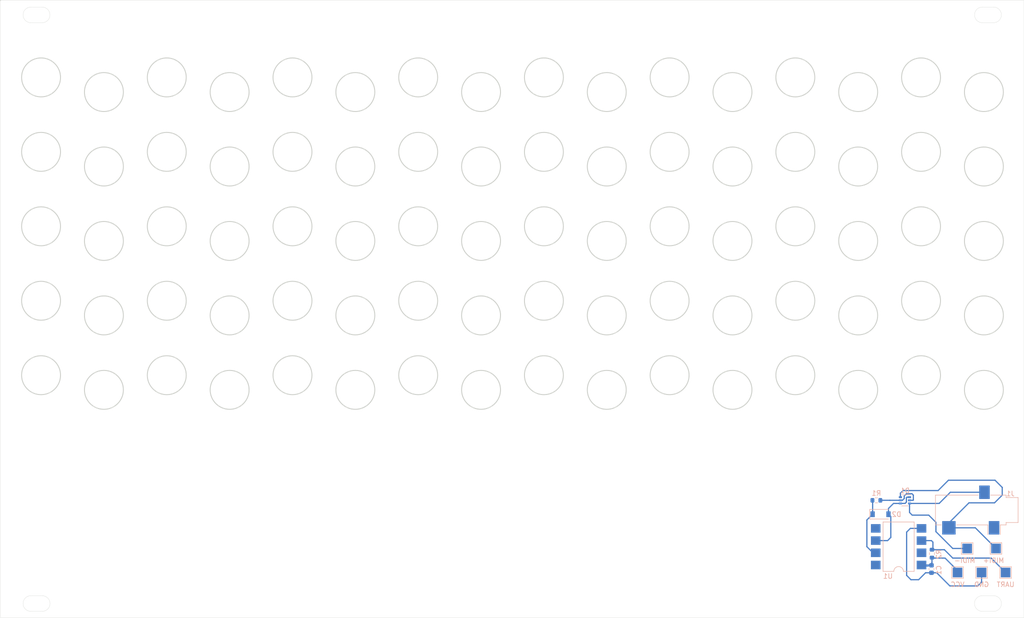
<source format=kicad_pcb>
(kicad_pcb (version 20211014) (generator pcbnew)
  (layers (0 "F.Cu" signal) (31 "B.Cu" signal) (34 "B.Paste" user) (35 "F.Paste" user) (36 "B.SilkS" user "B.Silkscreen") (37 "F.SilkS" user "F.Silkscreen") (38 "B.Mask" user) (39 "F.Mask" user) (44 "Edge.Cuts" user))
  (net 0 "")
  (net 1 "+3V3")
  (net 2 "GND")
  (net 6 "Net-(D1-Pad1)")
  (net 7 "Net-(D1-Pad2)")
  (net 8 "Net-(D1-Pad3)")
  (net 9 "Net-(D1-Pad6)")
  (net 10 "Net-(D2-Pad1)")
  (net 11 "/uart")
  (footprint "TestPoint:TestPoint_Pad_2.0x2.0mm" (layer "B.Cu") (at 241 144 180)
    (fp_text reference "J4")
    (fp_text value "VCC" (at 0 -2.5) (layer "B.SilkS") (effects (justify mirror)))
    (fp_line (start -1.2 1.2) (end 1.2 1.2) (layer "B.SilkS") (width 0.12))
    (fp_line (start 1.2 1.2) (end 1.2 -1.2) (layer "B.SilkS") (width 0.12))
    (fp_line (start -1.2 -1.2) (end -1.2 1.2) (layer "B.SilkS") (width 0.12))
    (fp_line (start 1.2 -1.2) (end -1.2 -1.2) (layer "B.SilkS") (width 0.12))
    (pad "1" smd rect (at 0 0 180) (size 2 2) (layers "B.Cu" "B.Mask") (net 1 "+3V3"))
  )
  (footprint "Diode_SMD:D_SOD-123" (layer "B.Cu") (at 224.9758 131.8736)
    (fp_text reference "D2" (at 3.3242 0.0264) (layer "B.SilkS") (effects (justify mirror)))
    (fp_text value "1N4148" hide)
    (fp_line (start -2.25 1) (end 1.65 1) (layer "B.SilkS") (width 0.12))
    (fp_line (start -2.25 -1) (end 1.65 -1) (layer "B.SilkS") (width 0.12))
    (fp_line (start -2.25 1) (end -2.25 -1) (layer "B.SilkS") (width 0.12))
    (pad "1" smd rect (at -1.65 0) (size 0.9 1.2) (layers "B.Cu" "B.Paste" "B.Mask") (net 10 "Net-(D2-Pad1)"))
    (pad "2" smd rect (at 1.65 0) (size 0.9 1.2) (layers "B.Cu" "B.Paste" "B.Mask") (net 6 "Net-(D1-Pad1)"))
  )
  (footprint "Connector_Audio:Jack_3.5mm_CUI_SJ-3523-SMT_Horizontal" (layer "B.Cu") (at 245 131 90)
    (fp_text reference "J1" (at 3.4 7) (layer "B.SilkS") (effects (justify mirror)))
    (fp_text value "AudioJack3" hide)
    (fp_line (start 2.6 8.6) (end 2.6 6.1) (layer "B.SilkS") (width 0.12))
    (fp_line (start 3.1 0.3) (end 3.1 -8.6) (layer "B.SilkS") (width 0.12))
    (fp_line (start -3.1 4.9) (end -3.1 6.1) (layer "B.SilkS") (width 0.12))
    (fp_line (start -2.6 6.1) (end -2.6 8.6) (layer "B.SilkS") (width 0.12))
    (fp_line (start -3.1 6.1) (end -2.6 6.1) (layer "B.SilkS") (width 0.12))
    (fp_line (start 3.1 6.1) (end 3.1 2.9) (layer "B.SilkS") (width 0.12))
    (fp_line (start -2.6 8.6) (end 2.6 8.6) (layer "B.SilkS") (width 0.12))
    (fp_line (start -3.1 4.9) (end -5.1 4.9) (layer "B.SilkS") (width 0.12))
    (fp_line (start 2.6 6.1) (end 3.1 6.1) (layer "B.SilkS") (width 0.12))
    (fp_line (start -3.1 -8.6) (end -3.1 -7.4) (layer "B.SilkS") (width 0.12))
    (fp_line (start -3.1 2.3) (end -5.1 2.3) (layer "B.SilkS") (width 0.12))
    (fp_line (start 3.1 -8.6) (end -3.1 -8.6) (layer "B.SilkS") (width 0.12))
    (fp_line (start -3.1 -4.2) (end -3.1 2.3) (layer "B.SilkS") (width 0.12))
    (pad "R" smd rect (at 3.7 1.6 90) (size 2.8 2.2) (layers "B.Cu" "B.Paste" "B.Mask") (net 8 "Net-(D1-Pad3)"))
    (pad "S" smd rect (at -3.7 3.6 90) (size 2.8 2.2) (layers "B.Cu" "B.Paste" "B.Mask"))
    (pad "T" smd rect (at -3.7 -5.8 90) (size 2.8 2.8) (layers "B.Cu" "B.Paste" "B.Mask") (net 9 "Net-(D1-Pad6)"))
  )
  (footprint "TestPoint:TestPoint_Pad_2.0x2.0mm" (layer "B.Cu") (at 251 144 180)
    (fp_text reference "J2")
    (fp_text value "UART" (at 0 -2.5 180) (layer "B.SilkS") (effects (justify mirror)))
    (fp_line (start 1.2 1.2) (end 1.2 -1.2) (layer "B.SilkS") (width 0.12))
    (fp_line (start -1.2 -1.2) (end -1.2 1.2) (layer "B.SilkS") (width 0.12))
    (fp_line (start -1.2 1.2) (end 1.2 1.2) (layer "B.SilkS") (width 0.12))
    (fp_line (start 1.2 -1.2) (end -1.2 -1.2) (layer "B.SilkS") (width 0.12))
    (pad "1" smd rect (at 0 0 180) (size 2 2) (layers "B.Cu" "B.Mask") (net 11 "/uart"))
  )
  (footprint "TestPoint:TestPoint_Pad_2.0x2.0mm" (layer "B.Cu") (at 243 139 180)
    (fp_text reference "J5" hide)
    (fp_text value "MIDI_DIN4")
    (fp_line (start 1.2 1.2) (end 1.2 -1.2) (layer "B.SilkS") (width 0.12))
    (fp_line (start -1.2 1.2) (end 1.2 1.2) (layer "B.SilkS") (width 0.12))
    (fp_line (start -1.2 -1.2) (end -1.2 1.2) (layer "B.SilkS") (width 0.12))
    (fp_line (start 1.2 -1.2) (end -1.2 -1.2) (layer "B.SilkS") (width 0.12))
    (pad "1" smd rect (at 0 0 180) (size 2 2) (layers "B.Cu" "B.Mask") (net 8 "Net-(D1-Pad3)"))
  )
  (footprint "Package_DIP:SMDIP-8_W9.53mm" (layer "B.Cu") (at 228.735 138.63)
    (fp_text reference "U1" (at -2.235 6.14 180) (layer "B.SilkS") (effects (justify mirror)))
    (fp_text value "6N137" hide)
    (fp_line (start -3.235 -5.14) (end 3.235 -5.14) (layer "B.SilkS") (width 0.12))
    (fp_line (start -1 5.14) (end -3.235 5.14) (layer "B.SilkS") (width 0.12))
    (fp_line (start 3.235 -5.14) (end 3.235 5.14) (layer "B.SilkS") (width 0.12))
    (fp_line (start 3.235 5.14) (end 1 5.14) (layer "B.SilkS") (width 0.12))
    (fp_line (start -3.235 5.14) (end -3.235 -5.14) (layer "B.SilkS") (width 0.12))
    (fp_arc (start -1 5.14) (mid 0 4.14) (end 1 5.14) (layer "B.SilkS") (width 0.12))
    (pad "1" smd rect (at -4.765 3.81) (size 2 1.78) (layers "B.Cu" "B.Paste" "B.Mask"))
    (pad "2" smd rect (at -4.765 1.27) (size 2 1.78) (layers "B.Cu" "B.Paste" "B.Mask") (net 10 "Net-(D2-Pad1)"))
    (pad "3" smd rect (at -4.765 -1.27) (size 2 1.78) (layers "B.Cu" "B.Paste" "B.Mask") (net 6 "Net-(D1-Pad1)"))
    (pad "4" smd rect (at -4.765 -3.81) (size 2 1.78) (layers "B.Cu" "B.Paste" "B.Mask"))
    (pad "5" smd rect (at 4.765 -3.81) (size 2 1.78) (layers "B.Cu" "B.Paste" "B.Mask") (net 2 "GND"))
    (pad "6" smd rect (at 4.765 -1.27) (size 2 1.78) (layers "B.Cu" "B.Paste" "B.Mask") (net 11 "/uart"))
    (pad "7" smd rect (at 4.765 1.27) (size 2 1.78) (layers "B.Cu" "B.Paste" "B.Mask"))
    (pad "8" smd rect (at 4.765 3.81) (size 2 1.78) (layers "B.Cu" "B.Paste" "B.Mask") (net 1 "+3V3"))
  )
  (footprint "Resistor_SMD:R_0603_1608Metric" (layer "B.Cu") (at 235.675038 140.08 -90)
    (fp_text reference "R2" (at 0.12 -1.424962 90) (layer "B.SilkS") (effects (justify mirror)))
    (fp_text value "10k")
    (fp_line (start -0.237258 -0.5225) (end 0.237258 -0.5225) (layer "B.SilkS") (width 0.12))
    (fp_line (start -0.237258 0.5225) (end 0.237258 0.5225) (layer "B.SilkS") (width 0.12))
    (pad "1" smd roundrect (at -0.825 0 270) (size 0.8 0.95) (layers "B.Cu" "B.Paste" "B.Mask") (net 11 "/uart"))
    (pad "2" smd roundrect (at 0.825 0 270) (size 0.8 0.95) (layers "B.Cu" "B.Paste" "B.Mask") (net 1 "+3V3"))
  )
  (footprint "Resistor_SMD:R_0603_1608Metric" (layer "B.Cu") (at 224.1122 128.978)
    (fp_text reference "R1" (at -0.0122 -1.478) (layer "B.SilkS") (effects (justify mirror)))
    (fp_text value "220R" hide)
    (fp_line (start -0.237258 0.5225) (end 0.237258 0.5225) (layer "B.SilkS") (width 0.12))
    (fp_line (start -0.237258 -0.5225) (end 0.237258 -0.5225) (layer "B.SilkS") (width 0.12))
    (pad "1" smd roundrect (at -0.825 0) (size 0.8 0.95) (layers "B.Cu" "B.Paste" "B.Mask") (net 10 "Net-(D2-Pad1)"))
    (pad "2" smd roundrect (at 0.825 0) (size 0.8 0.95) (layers "B.Cu" "B.Paste" "B.Mask") (net 7 "Net-(D1-Pad2)"))
  )
  (footprint "TestPoint:TestPoint_Pad_2.0x2.0mm" (layer "B.Cu") (at 246 144 180)
    (fp_text reference "J3")
    (fp_text value "GND" (at 0 -2.5) (layer "B.SilkS") (effects (justify mirror)))
    (fp_line (start 1.2 -1.2) (end -1.2 -1.2) (layer "B.SilkS") (width 0.12))
    (fp_line (start -1.2 -1.2) (end -1.2 1.2) (layer "B.SilkS") (width 0.12))
    (fp_line (start -1.2 1.2) (end 1.2 1.2) (layer "B.SilkS") (width 0.12))
    (fp_line (start 1.2 1.2) (end 1.2 -1.2) (layer "B.SilkS") (width 0.12))
    (pad "1" smd rect (at 0 0 180) (size 2 2) (layers "B.Cu" "B.Mask") (net 2 "GND"))
  )
  (footprint "Package_TO_SOT_SMD:SOT-363_SC-70-6" (layer "B.Cu") (at 230.0558 128.978 180)
    (fp_text reference "D1" (at 0 2) (layer "B.SilkS") (effects (justify mirror)))
    (fp_text value "BAT54XY" hide)
    (fp_line (start -0.7 -1.16) (end 0.7 -1.16) (layer "B.SilkS") (width 0.12))
    (fp_line (start 0.7 1.16) (end -1.2 1.16) (layer "B.SilkS") (width 0.12))
    (pad "1" smd rect (at -0.95 0.65 180) (size 0.65 0.4) (layers "B.Cu" "B.Paste" "B.Mask") (net 6 "Net-(D1-Pad1)"))
    (pad "2" smd rect (at -0.95 0 180) (size 0.65 0.4) (layers "B.Cu" "B.Paste" "B.Mask") (net 7 "Net-(D1-Pad2)"))
    (pad "3" smd rect (at -0.95 -0.65 180) (size 0.65 0.4) (layers "B.Cu" "B.Paste" "B.Mask") (net 8 "Net-(D1-Pad3)"))
    (pad "4" smd rect (at 0.95 -0.65 180) (size 0.65 0.4) (layers "B.Cu" "B.Paste" "B.Mask") (net 6 "Net-(D1-Pad1)"))
    (pad "5" smd rect (at 0.95 0 180) (size 0.65 0.4) (layers "B.Cu" "B.Paste" "B.Mask") (net 7 "Net-(D1-Pad2)"))
    (pad "6" smd rect (at 0.95 0.65 180) (size 0.65 0.4) (layers "B.Cu" "B.Paste" "B.Mask") (net 9 "Net-(D1-Pad6)"))
  )
  (footprint "TestPoint:TestPoint_Pad_2.0x2.0mm" (layer "B.Cu") (at 249 139 180)
    (fp_text reference "J6" hide)
    (fp_text value "MIDI_DIN5")
    (fp_line (start 1.2 1.2) (end 1.2 -1.2) (layer "B.SilkS") (width 0.12))
    (fp_line (start -1.2 1.2) (end 1.2 1.2) (layer "B.SilkS") (width 0.12))
    (fp_line (start -1.2 -1.2) (end -1.2 1.2) (layer "B.SilkS") (width 0.12))
    (fp_line (start 1.2 -1.2) (end -1.2 -1.2) (layer "B.SilkS") (width 0.12))
    (pad "1" smd rect (at 0 0 180) (size 2 2) (layers "B.Cu" "B.Mask") (net 9 "Net-(D1-Pad6)"))
  )
  (footprint "Capacitor_SMD:C_0603_1608Metric" (layer "B.Cu") (at 235.575038 143.28 -90)
    (fp_text reference "C1" (at 0.22 -1.524962 90) (layer "B.SilkS") (effects (justify mirror)))
    (fp_text value "100n")
    (fp_line (start -0.14058 -0.51) (end 0.14058 -0.51) (layer "B.SilkS") (width 0.12))
    (fp_line (start -0.14058 0.51) (end 0.14058 0.51) (layer "B.SilkS") (width 0.12))
    (pad "1" smd roundrect (at -0.775 0 270) (size 0.9 0.95) (layers "B.Cu" "B.Paste" "B.Mask") (net 1 "+3V3"))
    (pad "2" smd roundrect (at 0.775 0 270) (size 0.9 0.95) (layers "B.Cu" "B.Paste" "B.Mask") (net 2 "GND"))
  )
  (gr_circle (center 102.592079 40.964901) (end 106.642891 40.964901) (layer "Edge.Cuts") (width 0.2) (fill none))
  (gr_circle (center 89.511052 59.506938) (end 93.561865 59.506938) (layer "Edge.Cuts") (width 0.2) (fill none))
  (gr_circle (center 233.40234 102.941025) (end 237.453153 102.941025) (layer "Edge.Cuts") (width 0.2) (fill none))
  (gr_circle (center 220.321314 44.012907) (end 224.372127 44.012907) (layer "Edge.Cuts") (width 0.2) (fill none))
  (gr_line (start 246.153378 26.32968) (end 248.49235 26.32968) (layer "Edge.Cuts") (width 0.05))
  (gr_circle (center 246.483366 105.989031) (end 250.534179 105.989031) (layer "Edge.Cuts") (width 0.2) (fill none))
  (gr_circle (center 128.754131 102.941025) (end 132.804944 102.941025) (layer "Edge.Cuts") (width 0.2) (fill none))
  (gr_circle (center 50.267974 71.952963) (end 54.318787 71.952963) (layer "Edge.Cuts") (width 0.2) (fill none))
  (gr_circle (center 115.673105 90.495) (end 119.723918 90.495) (layer "Edge.Cuts") (width 0.2) (fill none))
  (gr_circle (center 220.321314 75.000969) (end 224.372127 75.000969) (layer "Edge.Cuts") (width 0.2) (fill none))
  (gr_circle (center 141.835157 59.506938) (end 145.88597 59.506938) (layer "Edge.Cuts") (width 0.2) (fill none))
  (gr_circle (center 141.835157 90.495) (end 145.88597 90.495) (layer "Edge.Cuts") (width 0.2) (fill none))
  (gr_circle (center 63.349 90.495) (end 67.399813 90.495) (layer "Edge.Cuts") (width 0.2) (fill none))
  (gr_circle (center 102.592079 87.446994) (end 106.642891 87.446994) (layer "Edge.Cuts") (width 0.2) (fill none))
  (gr_circle (center 233.40234 71.952963) (end 237.453153 71.952963) (layer "Edge.Cuts") (width 0.2) (fill none))
  (gr_circle (center 154.916183 40.964901) (end 158.966996 40.964901) (layer "Edge.Cuts") (width 0.2) (fill none))
  (gr_arc (start 248.49235 148.82993) (mid 250.119451 150.457024) (end 248.49235 152.084117) (layer "Edge.Cuts") (width 0.05))
  (gr_circle (center 76.430026 56.458932) (end 80.480839 56.458932) (layer "Edge.Cuts") (width 0.2) (fill none))
  (gr_circle (center 50.267974 40.964901) (end 54.318787 40.964901) (layer "Edge.Cuts") (width 0.2) (fill none))
  (gr_line (start 248.49235 152.084117) (end 246.153378 152.084117) (layer "Edge.Cuts") (width 0.05))
  (gr_line (start 48.152994 148.82993) (end 50.491967 148.82993) (layer "Edge.Cuts") (width 0.05))
  (gr_circle (center 154.916183 102.941025) (end 158.966996 102.941025) (layer "Edge.Cuts") (width 0.2) (fill none))
  (gr_circle (center 115.673105 75.000969) (end 119.723918 75.000969) (layer "Edge.Cuts") (width 0.2) (fill none))
  (gr_circle (center 181.078236 102.941025) (end 185.129048 102.941025) (layer "Edge.Cuts") (width 0.2) (fill none))
  (gr_circle (center 76.430026 71.952963) (end 80.480839 71.952963) (layer "Edge.Cuts") (width 0.2) (fill none))
  (gr_circle (center 128.754131 71.952963) (end 132.804944 71.952963) (layer "Edge.Cuts") (width 0.2) (fill none))
  (gr_circle (center 207.240288 102.941025) (end 211.291101 102.941025) (layer "Edge.Cuts") (width 0.2) (fill none))
  (gr_line (start 50.491967 29.583866) (end 48.14 29.583866) (layer "Edge.Cuts") (width 0.05))
  (gr_circle (center 76.430026 40.964901) (end 80.480839 40.964901) (layer "Edge.Cuts") (width 0.2) (fill none))
  (gr_circle (center 89.511052 75.000969) (end 93.561865 75.000969) (layer "Edge.Cuts") (width 0.2) (fill none))
  (gr_circle (center 115.673105 44.012907) (end 119.723918 44.012907) (layer "Edge.Cuts") (width 0.2) (fill none))
  (gr_circle (center 50.267974 56.458932) (end 54.318787 56.458932) (layer "Edge.Cuts") (width 0.2) (fill none))
  (gr_circle (center 89.511052 90.495) (end 93.561865 90.495) (layer "Edge.Cuts") (width 0.2) (fill none))
  (gr_circle (center 89.511052 44.012907) (end 93.561865 44.012907) (layer "Edge.Cuts") (width 0.2) (fill none))
  (gr_circle (center 246.483366 59.506938) (end 250.534179 59.506938) (layer "Edge.Cuts") (width 0.2) (fill none))
  (gr_circle (center 194.159262 105.989031) (end 198.210074 105.989031) (layer "Edge.Cuts") (width 0.2) (fill none))
  (gr_circle (center 102.592079 71.952963) (end 106.642891 71.952963) (layer "Edge.Cuts") (width 0.2) (fill none))
  (gr_circle (center 233.40234 56.458932) (end 237.453153 56.458932) (layer "Edge.Cuts") (width 0.2) (fill none))
  (gr_circle (center 76.430026 102.941025) (end 80.480839 102.941025) (layer "Edge.Cuts") (width 0.2) (fill none))
  (gr_circle (center 207.240288 56.458932) (end 211.291101 56.458932) (layer "Edge.Cuts") (width 0.2) (fill none))
  (gr_circle (center 220.321314 90.495) (end 224.372127 90.495) (layer "Edge.Cuts") (width 0.2) (fill none))
  (gr_line (start 50.491967 152.084117) (end 48.152994 152.084117) (layer "Edge.Cuts") (width 0.05))
  (gr_circle (center 141.835157 105.989031) (end 145.88597 105.989031) (layer "Edge.Cuts") (width 0.2) (fill none))
  (gr_circle (center 115.673105 59.506938) (end 119.723918 59.506938) (layer "Edge.Cuts") (width 0.2) (fill none))
  (gr_circle (center 220.321314 59.506938) (end 224.372127 59.506938) (layer "Edge.Cuts") (width 0.2) (fill none))
  (gr_circle (center 63.349 59.506938) (end 67.399813 59.506938) (layer "Edge.Cuts") (width 0.2) (fill none))
  (gr_line (start 246.153378 29.583866) (end 248.49235 29.583866) (layer "Edge.Cuts") (width 0.05))
  (gr_circle (center 154.916183 87.446994) (end 158.966996 87.446994) (layer "Edge.Cuts") (width 0.2) (fill none))
  (gr_circle (center 154.916183 71.952963) (end 158.966996 71.952963) (layer "Edge.Cuts") (width 0.2) (fill none))
  (gr_arc (start 246.153378 29.583866) (mid 244.526264 27.956773) (end 246.153378 26.32968) (layer "Edge.Cuts") (width 0.05))
  (gr_circle (center 128.754131 40.964901) (end 132.804944 40.964901) (layer "Edge.Cuts") (width 0.2) (fill none))
  (gr_circle (center 181.078236 71.952963) (end 185.129048 71.952963) (layer "Edge.Cuts") (width 0.2) (fill none))
  (gr_circle (center 115.673105 105.989031) (end 119.723918 105.989031) (layer "Edge.Cuts") (width 0.2) (fill none))
  (gr_circle (center 207.240288 87.446994) (end 211.291101 87.446994) (layer "Edge.Cuts") (width 0.2) (fill none))
  (gr_circle (center 194.159262 59.506938) (end 198.210074 59.506938) (layer "Edge.Cuts") (width 0.2) (fill none))
  (gr_circle (center 89.511052 105.989031) (end 93.561865 105.989031) (layer "Edge.Cuts") (width 0.2) (fill none))
  (gr_line (start 48.152994 26.32968) (end 50.491967 26.32968) (layer "Edge.Cuts") (width 0.05))
  (gr_circle (center 141.835157 44.012907) (end 145.88597 44.012907) (layer "Edge.Cuts") (width 0.2) (fill none))
  (gr_circle (center 167.997209 44.012907) (end 172.048022 44.012907) (layer "Edge.Cuts") (width 0.2) (fill none))
  (gr_line (start 246.153378 148.82993) (end 248.49235 148.82993) (layer "Edge.Cuts") (width 0.05))
  (gr_circle (center 246.483366 90.495) (end 250.534179 90.495) (layer "Edge.Cuts") (width 0.2) (fill none))
  (gr_circle (center 167.997209 75.000969) (end 172.048022 75.000969) (layer "Edge.Cuts") (width 0.2) (fill none))
  (gr_circle (center 181.078236 40.964901) (end 185.129048 40.964901) (layer "Edge.Cuts") (width 0.2) (fill none))
  (gr_circle (center 102.592079 102.941025) (end 106.642891 102.941025) (layer "Edge.Cuts") (width 0.2) (fill none))
  (gr_rect (start 254.822914 24.910494) (end 41.809 153.410748) (layer "Edge.Cuts") (width 0.05) (fill none))
  (gr_circle (center 181.078236 56.458932) (end 185.129048 56.458932) (layer "Edge.Cuts") (width 0.2) (fill none))
  (gr_circle (center 50.267974 102.941025) (end 54.318787 102.941025) (layer "Edge.Cuts") (width 0.2) (fill none))
  (gr_circle (center 128.754131 87.446994) (end 132.804944 87.446994) (layer "Edge.Cuts") (width 0.2) (fill none))
  (gr_circle (center 50.267974 87.446994) (end 54.318787 87.446994) (layer "Edge.Cuts") (width 0.2) (fill none))
  (gr_circle (center 167.997209 90.495) (end 172.048022 90.495) (layer "Edge.Cuts") (width 0.2) (fill none))
  (gr_circle (center 246.483366 75.000969) (end 250.534179 75.000969) (layer "Edge.Cuts") (width 0.2) (fill none))
  (gr_circle (center 194.159262 75.000969) (end 198.210074 75.000969) (layer "Edge.Cuts") (width 0.2) (fill none))
  (gr_circle (center 220.321314 105.989031) (end 224.372127 105.989031) (layer "Edge.Cuts") (width 0.2) (fill none))
  (gr_arc (start 246.153378 152.084117) (mid 244.526264 150.457024) (end 246.153378 148.82993) (layer "Edge.Cuts") (width 0.05))
  (gr_arc (start 50.491967 148.82993) (mid 52.119061 150.457024) (end 50.491967 152.084117) (layer "Edge.Cuts") (width 0.05))
  (gr_circle (center 194.159262 44.012907) (end 198.210074 44.012907) (layer "Edge.Cuts") (width 0.2) (fill none))
  (gr_circle (center 102.592079 56.458932) (end 106.642891 56.458932) (layer "Edge.Cuts") (width 0.2) (fill none))
  (gr_circle (center 207.240288 40.964901) (end 211.291101 40.964901) (layer "Edge.Cuts") (width 0.2) (fill none))
  (gr_arc (start 50.491967 26.32968) (mid 52.11906 27.956773) (end 50.491967 29.583866) (layer "Edge.Cuts") (width 0.05))
  (gr_circle (center 63.349 44.012907) (end 67.399813 44.012907) (layer "Edge.Cuts") (width 0.2) (fill none))
  (gr_arc (start 248.49235 26.32968) (mid 250.11945 27.956773) (end 248.49235 29.583866) (layer "Edge.Cuts") (width 0.05))
  (gr_circle (center 246.483366 44.012907) (end 250.534179 44.012907) (layer "Edge.Cuts") (width 0.2) (fill none))
  (gr_circle (center 233.40234 87.446994) (end 237.453153 87.446994) (layer "Edge.Cuts") (width 0.2) (fill none))
  (gr_circle (center 63.349 105.989031) (end 67.399813 105.989031) (layer "Edge.Cuts") (width 0.2) (fill none))
  (gr_circle (center 233.40234 40.964901) (end 237.453153 40.964901) (layer "Edge.Cuts") (width 0.2) (fill none))
  (gr_arc (start 48.152994 152.084117) (mid 46.525904 150.457024) (end 48.152994 148.82993) (layer "Edge.Cuts") (width 0.05))
  (gr_circle (center 207.240288 71.952963) (end 211.291101 71.952963) (layer "Edge.Cuts") (width 0.2) (fill none))
  (gr_arc (start 48.152994 29.583866) (mid 46.525901 27.956773) (end 48.152994 26.32968) (layer "Edge.Cuts") (width 0.05))
  (gr_circle (center 167.997209 105.989031) (end 172.048022 105.989031) (layer "Edge.Cuts") (width 0.2) (fill none))
  (gr_circle (center 194.159262 90.495) (end 198.210074 90.495) (layer "Edge.Cuts") (width 0.2) (fill none))
  (gr_circle (center 154.916183 56.458932) (end 158.966996 56.458932) (layer "Edge.Cuts") (width 0.2) (fill none))
  (gr_line (start 41.822482 24.956773) (end 41.822482 24.956773) (layer "Edge.Cuts") (width 0.2))
  (gr_circle (center 141.835157 75.000969) (end 145.88597 75.000969) (layer "Edge.Cuts") (width 0.2) (fill none))
  (gr_circle (center 128.754131 56.458932) (end 132.804944 56.458932) (layer "Edge.Cuts") (width 0.2) (fill none))
  (gr_circle (center 181.078236 87.446994) (end 185.129048 87.446994) (layer "Edge.Cuts") (width 0.2) (fill none))
  (gr_circle (center 167.997209 59.506938) (end 172.048022 59.506938) (layer "Edge.Cuts") (width 0.2) (fill none))
  (gr_circle (center 63.349 75.000969) (end 67.399813 75.000969) (layer "Edge.Cuts") (width 0.2) (fill none))
  (gr_circle (center 76.430026 87.446994) (end 80.480839 87.446994) (layer "Edge.Cuts") (width 0.2) (fill none))
  (gr_text "MIDI-" (at 242.5 141.5) (layer "B.SilkS") (effects (font (size 1 1)) (justify mirror)))
  (gr_text "MIDI+" (at 248.5 141.5) (layer "B.SilkS") (effects (font (size 1 1)) (justify mirror)))
  (segment (start 233.746 142.658) (end 234.938 142.658) (width 0.25) (layer "B.Cu") (net 1))
  (segment (start 233.5 142.44) (end 232.799 142.44) (width 0.25) (layer "B.Cu") (net 1))
  (segment (start 235.675038 141.98) (end 235.215038 142.44) (width 0.25) (layer "B.Cu") (net 1))
  (segment (start 241 143.6) (end 241 144) (width 0.25) (layer "B.Cu") (net 1))
  (segment (start 238.4 141) (end 241 143.6) (width 0.25) (layer "B.Cu") (net 1))
  (segment (start 235.770038 141) (end 238.4 141) (width 0.25) (layer "B.Cu") (net 1))
  (segment (start 233.5102 142.4502) (end 233.5 142.44) (width 0.25) (layer "B.Cu") (net 1))
  (segment (start 235.675038 140.905) (end 235.675038 141.98) (width 0.25) (layer "B.Cu") (net 1))
  (segment (start 235.215038 142.44) (end 233.5 142.44) (width 0.25) (layer "B.Cu") (net 1))
  (segment (start 235.675038 140.905) (end 235.770038 141) (width 0.25) (layer "B.Cu") (net 1))
  (segment (start 230.4 144.6) (end 231.3 145.5) (width 0.25) (layer "B.Cu") (net 2))
  (segment (start 230.4 135.6) (end 230.4 144.6) (width 0.25) (layer "B.Cu") (net 2))
  (segment (start 246 144) (end 246 146) (width 0.25) (layer "B.Cu") (net 2))
  (segment (start 246 146) (end 245.2 146.8) (width 0.25) (layer "B.Cu") (net 2))
  (segment (start 245.2 146.8) (end 239.4 146.8) (width 0.25) (layer "B.Cu") (net 2))
  (segment (start 239.4 146.8) (end 236.655 144.055) (width 0.25) (layer "B.Cu") (net 2))
  (segment (start 231.18 134.82) (end 230.4 135.6) (width 0.25) (layer "B.Cu") (net 2))
  (segment (start 232.9 145.5) (end 234.345 144.055) (width 0.25) (layer "B.Cu") (net 2))
  (segment (start 233.5 134.82) (end 231.18 134.82) (width 0.25) (layer "B.Cu") (net 2))
  (segment (start 231.3 145.5) (end 232.9 145.5) (width 0.25) (layer "B.Cu") (net 2))
  (segment (start 234.345 144.055) (end 235.575038 144.055) (width 0.25) (layer "B.Cu") (net 2))
  (segment (start 236.655 144.055) (end 235.575038 144.055) (width 0.25) (layer "B.Cu") (net 2))
  (segment (start 230.3558 128.4442) (end 230.472 128.328) (width 0.25) (layer "B.Cu") (net 6))
  (segment (start 226.449 137.36) (end 227.1094 136.6996) (width 0.25) (layer "B.Cu") (net 6))
  (segment (start 229.1058 129.628) (end 230.072 129.628) (width 0.25) (layer "B.Cu") (net 6))
  (segment (start 229.1058 129.628) (end 227.672 129.628) (width 0.25) (layer "B.Cu") (net 6))
  (segment (start 230.072 129.628) (end 230.3558 129.3442) (width 0.25) (layer "B.Cu") (net 6))
  (segment (start 226.6258 130.6742) (end 226.6258 131.8736) (width 0.25) (layer "B.Cu") (net 6))
  (segment (start 223.97 137.36) (end 226.449 137.36) (width 0.25) (layer "B.Cu") (net 6))
  (segment (start 227.1094 132.3572) (end 226.6258 131.8736) (width 0.25) (layer "B.Cu") (net 6))
  (segment (start 230.3558 129.3442) (end 230.3558 128.4442) (width 0.25) (layer "B.Cu") (net 6))
  (segment (start 227.672 129.628) (end 226.6258 130.6742) (width 0.25) (layer "B.Cu") (net 6))
  (segment (start 230.472 128.328) (end 231.0058 128.328) (width 0.25) (layer "B.Cu") (net 6))
  (segment (start 227.1094 136.6996) (end 227.1094 132.3572) (width 0.25) (layer "B.Cu") (net 6))
  (segment (start 231.722 128.978) (end 231.0058 128.978) (width 0.25) (layer "B.Cu") (net 7))
  (segment (start 231.8 127.9) (end 231.8 128.9) (width 0.25) (layer "B.Cu") (net 7))
  (segment (start 229.1058 128.978) (end 229.522 128.978) (width 0.25) (layer "B.Cu") (net 7))
  (segment (start 229.9058 128.5942) (end 229.9058 128.076002) (width 0.25) (layer "B.Cu") (net 7))
  (segment (start 229.522 128.978) (end 229.9058 128.5942) (width 0.25) (layer "B.Cu") (net 7))
  (segment (start 231.8 128.9) (end 231.722 128.978) (width 0.25) (layer "B.Cu") (net 7))
  (segment (start 229.9058 128.076002) (end 230.381802 127.6) (width 0.25) (layer "B.Cu") (net 7))
  (segment (start 226.9062 128.978) (end 224.9372 128.978) (width 0.25) (layer "B.Cu") (net 7))
  (segment (start 231.5 127.6) (end 231.8 127.9) (width 0.25) (layer "B.Cu") (net 7))
  (segment (start 229.1058 128.978) (end 226.9062 128.978) (width 0.25) (layer "B.Cu") (net 7))
  (segment (start 230.381802 127.6) (end 231.5 127.6) (width 0.25) (layer "B.Cu") (net 7))
  (segment (start 235 132.0611) (end 236.5 133.5611) (width 0.25) (layer "B.Cu") (net 8))
  (segment (start 236.5 133.5611) (end 236.5 135.5) (width 0.25) (layer "B.Cu") (net 8))
  (segment (start 240 139) (end 243 139) (width 0.25) (layer "B.Cu") (net 8))
  (segment (start 231.0058 131.5058) (end 231.5611 132.0611) (width 0.25) (layer "B.Cu") (net 8))
  (segment (start 237.172 129.628) (end 239.5 127.3) (width 0.25) (layer "B.Cu") (net 8))
  (segment (start 239.5 127.3) (end 246.6 127.3) (width 0.25) (layer "B.Cu") (net 8))
  (segment (start 231.0058 129.628) (end 237.172 129.628) (width 0.25) (layer "B.Cu") (net 8))
  (segment (start 231.0058 129.628) (end 231.0058 131.5058) (width 0.25) (layer "B.Cu") (net 8))
  (segment (start 236.5 135.5) (end 240 139) (width 0.25) (layer "B.Cu") (net 8))
  (segment (start 231.5611 132.0611) (end 235 132.0611) (width 0.25) (layer "B.Cu") (net 8))
  (segment (start 239.2 133.67886) (end 239.2 134.7) (width 0.25) (layer "B.Cu") (net 9))
  (segment (start 239.1 124.8) (end 248.8 124.8) (width 0.25) (layer "B.Cu") (net 9))
  (segment (start 250.3 127.9) (end 248.7 129.5) (width 0.25) (layer "B.Cu") (net 9))
  (segment (start 250.3 126.3) (end 250.3 127.9) (width 0.25) (layer "B.Cu") (net 9))
  (segment (start 248.8 124.8) (end 250.3 126.3) (width 0.25) (layer "B.Cu") (net 9))
  (segment (start 229.1058 127.4942) (end 229.654 126.946) (width 0.25) (layer "B.Cu") (net 9))
  (segment (start 229.654 126.946) (end 236.954 126.946) (width 0.25) (layer "B.Cu") (net 9))
  (segment (start 248.7 129.5) (end 243.37886 129.5) (width 0.25) (layer "B.Cu") (net 9))
  (segment (start 244.7 134.7) (end 239.2 134.7) (width 0.25) (layer "B.Cu") (net 9))
  (segment (start 243.37886 129.5) (end 239.2 133.67886) (width 0.25) (layer "B.Cu") (net 9))
  (segment (start 249 139) (end 244.7 134.7) (width 0.25) (layer "B.Cu") (net 9))
  (segment (start 236.954 126.946) (end 239.1 124.8) (width 0.25) (layer "B.Cu") (net 9))
  (segment (start 229.1058 128.328) (end 229.1058 127.4942) (width 0.25) (layer "B.Cu") (net 9))
  (segment (start 223.3258 129.0166) (end 223.3258 131.8736) (width 0.25) (layer "B.Cu") (net 10))
  (segment (start 222.131 138.63) (end 222.131 133.0684) (width 0.25) (layer "B.Cu") (net 10))
  (segment (start 223.97 139.9) (end 223.401 139.9) (width 0.25) (layer "B.Cu") (net 10))
  (segment (start 222.131 133.0684) (end 223.3258 131.8736) (width 0.25) (layer "B.Cu") (net 10))
  (segment (start 223.401 139.9) (end 222.131 138.63) (width 0.25) (layer "B.Cu") (net 10))
  (segment (start 223.2872 128.978) (end 223.3258 129.0166) (width 0.25) (layer "B.Cu") (net 10))
  (segment (start 248 141) (end 240 141) (width 0.25) (layer "B.Cu") (net 11))
  (segment (start 235.675038 139.255) (end 238.255 139.255) (width 0.25) (layer "B.Cu") (net 11))
  (segment (start 238.255 139.255) (end 240 141) (width 0.25) (layer "B.Cu") (net 11))
  (segment (start 251 144) (end 248 141) (width 0.25) (layer "B.Cu") (net 11))
  (segment (start 235.555038 137.36) (end 235.875038 137.68) (width 0.25) (layer "B.Cu") (net 11))
  (segment (start 235.875038 139.055) (end 235.675038 139.255) (width 0.25) (layer "B.Cu") (net 11))
  (segment (start 233.5 137.36) (end 235.555038 137.36) (width 0.25) (layer "B.Cu") (net 11))
  (segment (start 235.875038 137.68) (end 235.875038 139.055) (width 0.25) (layer "B.Cu") (net 11))
)
</source>
